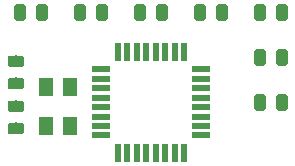
<source format=gbr>
G04 #@! TF.GenerationSoftware,KiCad,Pcbnew,(5.0.0)*
G04 #@! TF.CreationDate,2019-05-14T22:32:20-05:00*
G04 #@! TF.ProjectId,End Effector PCB,456E64204566666563746F7220504342,rev?*
G04 #@! TF.SameCoordinates,Original*
G04 #@! TF.FileFunction,Paste,Top*
G04 #@! TF.FilePolarity,Positive*
%FSLAX46Y46*%
G04 Gerber Fmt 4.6, Leading zero omitted, Abs format (unit mm)*
G04 Created by KiCad (PCBNEW (5.0.0)) date 05/14/19 22:32:20*
%MOMM*%
%LPD*%
G01*
G04 APERTURE LIST*
%ADD10C,0.100000*%
%ADD11C,0.975000*%
%ADD12R,1.600000X0.550000*%
%ADD13R,0.550000X1.600000*%
%ADD14R,1.300000X1.600000*%
G04 APERTURE END LIST*
D10*
G04 #@! TO.C,C1*
G36*
X214565142Y-83121174D02*
X214588803Y-83124684D01*
X214612007Y-83130496D01*
X214634529Y-83138554D01*
X214656153Y-83148782D01*
X214676670Y-83161079D01*
X214695883Y-83175329D01*
X214713607Y-83191393D01*
X214729671Y-83209117D01*
X214743921Y-83228330D01*
X214756218Y-83248847D01*
X214766446Y-83270471D01*
X214774504Y-83292993D01*
X214780316Y-83316197D01*
X214783826Y-83339858D01*
X214785000Y-83363750D01*
X214785000Y-84276250D01*
X214783826Y-84300142D01*
X214780316Y-84323803D01*
X214774504Y-84347007D01*
X214766446Y-84369529D01*
X214756218Y-84391153D01*
X214743921Y-84411670D01*
X214729671Y-84430883D01*
X214713607Y-84448607D01*
X214695883Y-84464671D01*
X214676670Y-84478921D01*
X214656153Y-84491218D01*
X214634529Y-84501446D01*
X214612007Y-84509504D01*
X214588803Y-84515316D01*
X214565142Y-84518826D01*
X214541250Y-84520000D01*
X214053750Y-84520000D01*
X214029858Y-84518826D01*
X214006197Y-84515316D01*
X213982993Y-84509504D01*
X213960471Y-84501446D01*
X213938847Y-84491218D01*
X213918330Y-84478921D01*
X213899117Y-84464671D01*
X213881393Y-84448607D01*
X213865329Y-84430883D01*
X213851079Y-84411670D01*
X213838782Y-84391153D01*
X213828554Y-84369529D01*
X213820496Y-84347007D01*
X213814684Y-84323803D01*
X213811174Y-84300142D01*
X213810000Y-84276250D01*
X213810000Y-83363750D01*
X213811174Y-83339858D01*
X213814684Y-83316197D01*
X213820496Y-83292993D01*
X213828554Y-83270471D01*
X213838782Y-83248847D01*
X213851079Y-83228330D01*
X213865329Y-83209117D01*
X213881393Y-83191393D01*
X213899117Y-83175329D01*
X213918330Y-83161079D01*
X213938847Y-83148782D01*
X213960471Y-83138554D01*
X213982993Y-83130496D01*
X214006197Y-83124684D01*
X214029858Y-83121174D01*
X214053750Y-83120000D01*
X214541250Y-83120000D01*
X214565142Y-83121174D01*
X214565142Y-83121174D01*
G37*
D11*
X214297500Y-83820000D03*
D10*
G36*
X212690142Y-83121174D02*
X212713803Y-83124684D01*
X212737007Y-83130496D01*
X212759529Y-83138554D01*
X212781153Y-83148782D01*
X212801670Y-83161079D01*
X212820883Y-83175329D01*
X212838607Y-83191393D01*
X212854671Y-83209117D01*
X212868921Y-83228330D01*
X212881218Y-83248847D01*
X212891446Y-83270471D01*
X212899504Y-83292993D01*
X212905316Y-83316197D01*
X212908826Y-83339858D01*
X212910000Y-83363750D01*
X212910000Y-84276250D01*
X212908826Y-84300142D01*
X212905316Y-84323803D01*
X212899504Y-84347007D01*
X212891446Y-84369529D01*
X212881218Y-84391153D01*
X212868921Y-84411670D01*
X212854671Y-84430883D01*
X212838607Y-84448607D01*
X212820883Y-84464671D01*
X212801670Y-84478921D01*
X212781153Y-84491218D01*
X212759529Y-84501446D01*
X212737007Y-84509504D01*
X212713803Y-84515316D01*
X212690142Y-84518826D01*
X212666250Y-84520000D01*
X212178750Y-84520000D01*
X212154858Y-84518826D01*
X212131197Y-84515316D01*
X212107993Y-84509504D01*
X212085471Y-84501446D01*
X212063847Y-84491218D01*
X212043330Y-84478921D01*
X212024117Y-84464671D01*
X212006393Y-84448607D01*
X211990329Y-84430883D01*
X211976079Y-84411670D01*
X211963782Y-84391153D01*
X211953554Y-84369529D01*
X211945496Y-84347007D01*
X211939684Y-84323803D01*
X211936174Y-84300142D01*
X211935000Y-84276250D01*
X211935000Y-83363750D01*
X211936174Y-83339858D01*
X211939684Y-83316197D01*
X211945496Y-83292993D01*
X211953554Y-83270471D01*
X211963782Y-83248847D01*
X211976079Y-83228330D01*
X211990329Y-83209117D01*
X212006393Y-83191393D01*
X212024117Y-83175329D01*
X212043330Y-83161079D01*
X212063847Y-83148782D01*
X212085471Y-83138554D01*
X212107993Y-83130496D01*
X212131197Y-83124684D01*
X212154858Y-83121174D01*
X212178750Y-83120000D01*
X212666250Y-83120000D01*
X212690142Y-83121174D01*
X212690142Y-83121174D01*
G37*
D11*
X212422500Y-83820000D03*
G04 #@! TD*
D10*
G04 #@! TO.C,C2*
G36*
X207610142Y-83121174D02*
X207633803Y-83124684D01*
X207657007Y-83130496D01*
X207679529Y-83138554D01*
X207701153Y-83148782D01*
X207721670Y-83161079D01*
X207740883Y-83175329D01*
X207758607Y-83191393D01*
X207774671Y-83209117D01*
X207788921Y-83228330D01*
X207801218Y-83248847D01*
X207811446Y-83270471D01*
X207819504Y-83292993D01*
X207825316Y-83316197D01*
X207828826Y-83339858D01*
X207830000Y-83363750D01*
X207830000Y-84276250D01*
X207828826Y-84300142D01*
X207825316Y-84323803D01*
X207819504Y-84347007D01*
X207811446Y-84369529D01*
X207801218Y-84391153D01*
X207788921Y-84411670D01*
X207774671Y-84430883D01*
X207758607Y-84448607D01*
X207740883Y-84464671D01*
X207721670Y-84478921D01*
X207701153Y-84491218D01*
X207679529Y-84501446D01*
X207657007Y-84509504D01*
X207633803Y-84515316D01*
X207610142Y-84518826D01*
X207586250Y-84520000D01*
X207098750Y-84520000D01*
X207074858Y-84518826D01*
X207051197Y-84515316D01*
X207027993Y-84509504D01*
X207005471Y-84501446D01*
X206983847Y-84491218D01*
X206963330Y-84478921D01*
X206944117Y-84464671D01*
X206926393Y-84448607D01*
X206910329Y-84430883D01*
X206896079Y-84411670D01*
X206883782Y-84391153D01*
X206873554Y-84369529D01*
X206865496Y-84347007D01*
X206859684Y-84323803D01*
X206856174Y-84300142D01*
X206855000Y-84276250D01*
X206855000Y-83363750D01*
X206856174Y-83339858D01*
X206859684Y-83316197D01*
X206865496Y-83292993D01*
X206873554Y-83270471D01*
X206883782Y-83248847D01*
X206896079Y-83228330D01*
X206910329Y-83209117D01*
X206926393Y-83191393D01*
X206944117Y-83175329D01*
X206963330Y-83161079D01*
X206983847Y-83148782D01*
X207005471Y-83138554D01*
X207027993Y-83130496D01*
X207051197Y-83124684D01*
X207074858Y-83121174D01*
X207098750Y-83120000D01*
X207586250Y-83120000D01*
X207610142Y-83121174D01*
X207610142Y-83121174D01*
G37*
D11*
X207342500Y-83820000D03*
D10*
G36*
X209485142Y-83121174D02*
X209508803Y-83124684D01*
X209532007Y-83130496D01*
X209554529Y-83138554D01*
X209576153Y-83148782D01*
X209596670Y-83161079D01*
X209615883Y-83175329D01*
X209633607Y-83191393D01*
X209649671Y-83209117D01*
X209663921Y-83228330D01*
X209676218Y-83248847D01*
X209686446Y-83270471D01*
X209694504Y-83292993D01*
X209700316Y-83316197D01*
X209703826Y-83339858D01*
X209705000Y-83363750D01*
X209705000Y-84276250D01*
X209703826Y-84300142D01*
X209700316Y-84323803D01*
X209694504Y-84347007D01*
X209686446Y-84369529D01*
X209676218Y-84391153D01*
X209663921Y-84411670D01*
X209649671Y-84430883D01*
X209633607Y-84448607D01*
X209615883Y-84464671D01*
X209596670Y-84478921D01*
X209576153Y-84491218D01*
X209554529Y-84501446D01*
X209532007Y-84509504D01*
X209508803Y-84515316D01*
X209485142Y-84518826D01*
X209461250Y-84520000D01*
X208973750Y-84520000D01*
X208949858Y-84518826D01*
X208926197Y-84515316D01*
X208902993Y-84509504D01*
X208880471Y-84501446D01*
X208858847Y-84491218D01*
X208838330Y-84478921D01*
X208819117Y-84464671D01*
X208801393Y-84448607D01*
X208785329Y-84430883D01*
X208771079Y-84411670D01*
X208758782Y-84391153D01*
X208748554Y-84369529D01*
X208740496Y-84347007D01*
X208734684Y-84323803D01*
X208731174Y-84300142D01*
X208730000Y-84276250D01*
X208730000Y-83363750D01*
X208731174Y-83339858D01*
X208734684Y-83316197D01*
X208740496Y-83292993D01*
X208748554Y-83270471D01*
X208758782Y-83248847D01*
X208771079Y-83228330D01*
X208785329Y-83209117D01*
X208801393Y-83191393D01*
X208819117Y-83175329D01*
X208838330Y-83161079D01*
X208858847Y-83148782D01*
X208880471Y-83138554D01*
X208902993Y-83130496D01*
X208926197Y-83124684D01*
X208949858Y-83121174D01*
X208973750Y-83120000D01*
X209461250Y-83120000D01*
X209485142Y-83121174D01*
X209485142Y-83121174D01*
G37*
D11*
X209217500Y-83820000D03*
G04 #@! TD*
D10*
G04 #@! TO.C,C3*
G36*
X212690142Y-86931174D02*
X212713803Y-86934684D01*
X212737007Y-86940496D01*
X212759529Y-86948554D01*
X212781153Y-86958782D01*
X212801670Y-86971079D01*
X212820883Y-86985329D01*
X212838607Y-87001393D01*
X212854671Y-87019117D01*
X212868921Y-87038330D01*
X212881218Y-87058847D01*
X212891446Y-87080471D01*
X212899504Y-87102993D01*
X212905316Y-87126197D01*
X212908826Y-87149858D01*
X212910000Y-87173750D01*
X212910000Y-88086250D01*
X212908826Y-88110142D01*
X212905316Y-88133803D01*
X212899504Y-88157007D01*
X212891446Y-88179529D01*
X212881218Y-88201153D01*
X212868921Y-88221670D01*
X212854671Y-88240883D01*
X212838607Y-88258607D01*
X212820883Y-88274671D01*
X212801670Y-88288921D01*
X212781153Y-88301218D01*
X212759529Y-88311446D01*
X212737007Y-88319504D01*
X212713803Y-88325316D01*
X212690142Y-88328826D01*
X212666250Y-88330000D01*
X212178750Y-88330000D01*
X212154858Y-88328826D01*
X212131197Y-88325316D01*
X212107993Y-88319504D01*
X212085471Y-88311446D01*
X212063847Y-88301218D01*
X212043330Y-88288921D01*
X212024117Y-88274671D01*
X212006393Y-88258607D01*
X211990329Y-88240883D01*
X211976079Y-88221670D01*
X211963782Y-88201153D01*
X211953554Y-88179529D01*
X211945496Y-88157007D01*
X211939684Y-88133803D01*
X211936174Y-88110142D01*
X211935000Y-88086250D01*
X211935000Y-87173750D01*
X211936174Y-87149858D01*
X211939684Y-87126197D01*
X211945496Y-87102993D01*
X211953554Y-87080471D01*
X211963782Y-87058847D01*
X211976079Y-87038330D01*
X211990329Y-87019117D01*
X212006393Y-87001393D01*
X212024117Y-86985329D01*
X212043330Y-86971079D01*
X212063847Y-86958782D01*
X212085471Y-86948554D01*
X212107993Y-86940496D01*
X212131197Y-86934684D01*
X212154858Y-86931174D01*
X212178750Y-86930000D01*
X212666250Y-86930000D01*
X212690142Y-86931174D01*
X212690142Y-86931174D01*
G37*
D11*
X212422500Y-87630000D03*
D10*
G36*
X214565142Y-86931174D02*
X214588803Y-86934684D01*
X214612007Y-86940496D01*
X214634529Y-86948554D01*
X214656153Y-86958782D01*
X214676670Y-86971079D01*
X214695883Y-86985329D01*
X214713607Y-87001393D01*
X214729671Y-87019117D01*
X214743921Y-87038330D01*
X214756218Y-87058847D01*
X214766446Y-87080471D01*
X214774504Y-87102993D01*
X214780316Y-87126197D01*
X214783826Y-87149858D01*
X214785000Y-87173750D01*
X214785000Y-88086250D01*
X214783826Y-88110142D01*
X214780316Y-88133803D01*
X214774504Y-88157007D01*
X214766446Y-88179529D01*
X214756218Y-88201153D01*
X214743921Y-88221670D01*
X214729671Y-88240883D01*
X214713607Y-88258607D01*
X214695883Y-88274671D01*
X214676670Y-88288921D01*
X214656153Y-88301218D01*
X214634529Y-88311446D01*
X214612007Y-88319504D01*
X214588803Y-88325316D01*
X214565142Y-88328826D01*
X214541250Y-88330000D01*
X214053750Y-88330000D01*
X214029858Y-88328826D01*
X214006197Y-88325316D01*
X213982993Y-88319504D01*
X213960471Y-88311446D01*
X213938847Y-88301218D01*
X213918330Y-88288921D01*
X213899117Y-88274671D01*
X213881393Y-88258607D01*
X213865329Y-88240883D01*
X213851079Y-88221670D01*
X213838782Y-88201153D01*
X213828554Y-88179529D01*
X213820496Y-88157007D01*
X213814684Y-88133803D01*
X213811174Y-88110142D01*
X213810000Y-88086250D01*
X213810000Y-87173750D01*
X213811174Y-87149858D01*
X213814684Y-87126197D01*
X213820496Y-87102993D01*
X213828554Y-87080471D01*
X213838782Y-87058847D01*
X213851079Y-87038330D01*
X213865329Y-87019117D01*
X213881393Y-87001393D01*
X213899117Y-86985329D01*
X213918330Y-86971079D01*
X213938847Y-86958782D01*
X213960471Y-86948554D01*
X213982993Y-86940496D01*
X214006197Y-86934684D01*
X214029858Y-86931174D01*
X214053750Y-86930000D01*
X214541250Y-86930000D01*
X214565142Y-86931174D01*
X214565142Y-86931174D01*
G37*
D11*
X214297500Y-87630000D03*
G04 #@! TD*
D10*
G04 #@! TO.C,C4*
G36*
X214565142Y-90741174D02*
X214588803Y-90744684D01*
X214612007Y-90750496D01*
X214634529Y-90758554D01*
X214656153Y-90768782D01*
X214676670Y-90781079D01*
X214695883Y-90795329D01*
X214713607Y-90811393D01*
X214729671Y-90829117D01*
X214743921Y-90848330D01*
X214756218Y-90868847D01*
X214766446Y-90890471D01*
X214774504Y-90912993D01*
X214780316Y-90936197D01*
X214783826Y-90959858D01*
X214785000Y-90983750D01*
X214785000Y-91896250D01*
X214783826Y-91920142D01*
X214780316Y-91943803D01*
X214774504Y-91967007D01*
X214766446Y-91989529D01*
X214756218Y-92011153D01*
X214743921Y-92031670D01*
X214729671Y-92050883D01*
X214713607Y-92068607D01*
X214695883Y-92084671D01*
X214676670Y-92098921D01*
X214656153Y-92111218D01*
X214634529Y-92121446D01*
X214612007Y-92129504D01*
X214588803Y-92135316D01*
X214565142Y-92138826D01*
X214541250Y-92140000D01*
X214053750Y-92140000D01*
X214029858Y-92138826D01*
X214006197Y-92135316D01*
X213982993Y-92129504D01*
X213960471Y-92121446D01*
X213938847Y-92111218D01*
X213918330Y-92098921D01*
X213899117Y-92084671D01*
X213881393Y-92068607D01*
X213865329Y-92050883D01*
X213851079Y-92031670D01*
X213838782Y-92011153D01*
X213828554Y-91989529D01*
X213820496Y-91967007D01*
X213814684Y-91943803D01*
X213811174Y-91920142D01*
X213810000Y-91896250D01*
X213810000Y-90983750D01*
X213811174Y-90959858D01*
X213814684Y-90936197D01*
X213820496Y-90912993D01*
X213828554Y-90890471D01*
X213838782Y-90868847D01*
X213851079Y-90848330D01*
X213865329Y-90829117D01*
X213881393Y-90811393D01*
X213899117Y-90795329D01*
X213918330Y-90781079D01*
X213938847Y-90768782D01*
X213960471Y-90758554D01*
X213982993Y-90750496D01*
X214006197Y-90744684D01*
X214029858Y-90741174D01*
X214053750Y-90740000D01*
X214541250Y-90740000D01*
X214565142Y-90741174D01*
X214565142Y-90741174D01*
G37*
D11*
X214297500Y-91440000D03*
D10*
G36*
X212690142Y-90741174D02*
X212713803Y-90744684D01*
X212737007Y-90750496D01*
X212759529Y-90758554D01*
X212781153Y-90768782D01*
X212801670Y-90781079D01*
X212820883Y-90795329D01*
X212838607Y-90811393D01*
X212854671Y-90829117D01*
X212868921Y-90848330D01*
X212881218Y-90868847D01*
X212891446Y-90890471D01*
X212899504Y-90912993D01*
X212905316Y-90936197D01*
X212908826Y-90959858D01*
X212910000Y-90983750D01*
X212910000Y-91896250D01*
X212908826Y-91920142D01*
X212905316Y-91943803D01*
X212899504Y-91967007D01*
X212891446Y-91989529D01*
X212881218Y-92011153D01*
X212868921Y-92031670D01*
X212854671Y-92050883D01*
X212838607Y-92068607D01*
X212820883Y-92084671D01*
X212801670Y-92098921D01*
X212781153Y-92111218D01*
X212759529Y-92121446D01*
X212737007Y-92129504D01*
X212713803Y-92135316D01*
X212690142Y-92138826D01*
X212666250Y-92140000D01*
X212178750Y-92140000D01*
X212154858Y-92138826D01*
X212131197Y-92135316D01*
X212107993Y-92129504D01*
X212085471Y-92121446D01*
X212063847Y-92111218D01*
X212043330Y-92098921D01*
X212024117Y-92084671D01*
X212006393Y-92068607D01*
X211990329Y-92050883D01*
X211976079Y-92031670D01*
X211963782Y-92011153D01*
X211953554Y-91989529D01*
X211945496Y-91967007D01*
X211939684Y-91943803D01*
X211936174Y-91920142D01*
X211935000Y-91896250D01*
X211935000Y-90983750D01*
X211936174Y-90959858D01*
X211939684Y-90936197D01*
X211945496Y-90912993D01*
X211953554Y-90890471D01*
X211963782Y-90868847D01*
X211976079Y-90848330D01*
X211990329Y-90829117D01*
X212006393Y-90811393D01*
X212024117Y-90795329D01*
X212043330Y-90781079D01*
X212063847Y-90768782D01*
X212085471Y-90758554D01*
X212107993Y-90750496D01*
X212131197Y-90744684D01*
X212154858Y-90741174D01*
X212178750Y-90740000D01*
X212666250Y-90740000D01*
X212690142Y-90741174D01*
X212690142Y-90741174D01*
G37*
D11*
X212422500Y-91440000D03*
G04 #@! TD*
D10*
G04 #@! TO.C,C5*
G36*
X192250142Y-91286174D02*
X192273803Y-91289684D01*
X192297007Y-91295496D01*
X192319529Y-91303554D01*
X192341153Y-91313782D01*
X192361670Y-91326079D01*
X192380883Y-91340329D01*
X192398607Y-91356393D01*
X192414671Y-91374117D01*
X192428921Y-91393330D01*
X192441218Y-91413847D01*
X192451446Y-91435471D01*
X192459504Y-91457993D01*
X192465316Y-91481197D01*
X192468826Y-91504858D01*
X192470000Y-91528750D01*
X192470000Y-92016250D01*
X192468826Y-92040142D01*
X192465316Y-92063803D01*
X192459504Y-92087007D01*
X192451446Y-92109529D01*
X192441218Y-92131153D01*
X192428921Y-92151670D01*
X192414671Y-92170883D01*
X192398607Y-92188607D01*
X192380883Y-92204671D01*
X192361670Y-92218921D01*
X192341153Y-92231218D01*
X192319529Y-92241446D01*
X192297007Y-92249504D01*
X192273803Y-92255316D01*
X192250142Y-92258826D01*
X192226250Y-92260000D01*
X191313750Y-92260000D01*
X191289858Y-92258826D01*
X191266197Y-92255316D01*
X191242993Y-92249504D01*
X191220471Y-92241446D01*
X191198847Y-92231218D01*
X191178330Y-92218921D01*
X191159117Y-92204671D01*
X191141393Y-92188607D01*
X191125329Y-92170883D01*
X191111079Y-92151670D01*
X191098782Y-92131153D01*
X191088554Y-92109529D01*
X191080496Y-92087007D01*
X191074684Y-92063803D01*
X191071174Y-92040142D01*
X191070000Y-92016250D01*
X191070000Y-91528750D01*
X191071174Y-91504858D01*
X191074684Y-91481197D01*
X191080496Y-91457993D01*
X191088554Y-91435471D01*
X191098782Y-91413847D01*
X191111079Y-91393330D01*
X191125329Y-91374117D01*
X191141393Y-91356393D01*
X191159117Y-91340329D01*
X191178330Y-91326079D01*
X191198847Y-91313782D01*
X191220471Y-91303554D01*
X191242993Y-91295496D01*
X191266197Y-91289684D01*
X191289858Y-91286174D01*
X191313750Y-91285000D01*
X192226250Y-91285000D01*
X192250142Y-91286174D01*
X192250142Y-91286174D01*
G37*
D11*
X191770000Y-91772500D03*
D10*
G36*
X192250142Y-93161174D02*
X192273803Y-93164684D01*
X192297007Y-93170496D01*
X192319529Y-93178554D01*
X192341153Y-93188782D01*
X192361670Y-93201079D01*
X192380883Y-93215329D01*
X192398607Y-93231393D01*
X192414671Y-93249117D01*
X192428921Y-93268330D01*
X192441218Y-93288847D01*
X192451446Y-93310471D01*
X192459504Y-93332993D01*
X192465316Y-93356197D01*
X192468826Y-93379858D01*
X192470000Y-93403750D01*
X192470000Y-93891250D01*
X192468826Y-93915142D01*
X192465316Y-93938803D01*
X192459504Y-93962007D01*
X192451446Y-93984529D01*
X192441218Y-94006153D01*
X192428921Y-94026670D01*
X192414671Y-94045883D01*
X192398607Y-94063607D01*
X192380883Y-94079671D01*
X192361670Y-94093921D01*
X192341153Y-94106218D01*
X192319529Y-94116446D01*
X192297007Y-94124504D01*
X192273803Y-94130316D01*
X192250142Y-94133826D01*
X192226250Y-94135000D01*
X191313750Y-94135000D01*
X191289858Y-94133826D01*
X191266197Y-94130316D01*
X191242993Y-94124504D01*
X191220471Y-94116446D01*
X191198847Y-94106218D01*
X191178330Y-94093921D01*
X191159117Y-94079671D01*
X191141393Y-94063607D01*
X191125329Y-94045883D01*
X191111079Y-94026670D01*
X191098782Y-94006153D01*
X191088554Y-93984529D01*
X191080496Y-93962007D01*
X191074684Y-93938803D01*
X191071174Y-93915142D01*
X191070000Y-93891250D01*
X191070000Y-93403750D01*
X191071174Y-93379858D01*
X191074684Y-93356197D01*
X191080496Y-93332993D01*
X191088554Y-93310471D01*
X191098782Y-93288847D01*
X191111079Y-93268330D01*
X191125329Y-93249117D01*
X191141393Y-93231393D01*
X191159117Y-93215329D01*
X191178330Y-93201079D01*
X191198847Y-93188782D01*
X191220471Y-93178554D01*
X191242993Y-93170496D01*
X191266197Y-93164684D01*
X191289858Y-93161174D01*
X191313750Y-93160000D01*
X192226250Y-93160000D01*
X192250142Y-93161174D01*
X192250142Y-93161174D01*
G37*
D11*
X191770000Y-93647500D03*
G04 #@! TD*
D10*
G04 #@! TO.C,C6*
G36*
X192250142Y-89351174D02*
X192273803Y-89354684D01*
X192297007Y-89360496D01*
X192319529Y-89368554D01*
X192341153Y-89378782D01*
X192361670Y-89391079D01*
X192380883Y-89405329D01*
X192398607Y-89421393D01*
X192414671Y-89439117D01*
X192428921Y-89458330D01*
X192441218Y-89478847D01*
X192451446Y-89500471D01*
X192459504Y-89522993D01*
X192465316Y-89546197D01*
X192468826Y-89569858D01*
X192470000Y-89593750D01*
X192470000Y-90081250D01*
X192468826Y-90105142D01*
X192465316Y-90128803D01*
X192459504Y-90152007D01*
X192451446Y-90174529D01*
X192441218Y-90196153D01*
X192428921Y-90216670D01*
X192414671Y-90235883D01*
X192398607Y-90253607D01*
X192380883Y-90269671D01*
X192361670Y-90283921D01*
X192341153Y-90296218D01*
X192319529Y-90306446D01*
X192297007Y-90314504D01*
X192273803Y-90320316D01*
X192250142Y-90323826D01*
X192226250Y-90325000D01*
X191313750Y-90325000D01*
X191289858Y-90323826D01*
X191266197Y-90320316D01*
X191242993Y-90314504D01*
X191220471Y-90306446D01*
X191198847Y-90296218D01*
X191178330Y-90283921D01*
X191159117Y-90269671D01*
X191141393Y-90253607D01*
X191125329Y-90235883D01*
X191111079Y-90216670D01*
X191098782Y-90196153D01*
X191088554Y-90174529D01*
X191080496Y-90152007D01*
X191074684Y-90128803D01*
X191071174Y-90105142D01*
X191070000Y-90081250D01*
X191070000Y-89593750D01*
X191071174Y-89569858D01*
X191074684Y-89546197D01*
X191080496Y-89522993D01*
X191088554Y-89500471D01*
X191098782Y-89478847D01*
X191111079Y-89458330D01*
X191125329Y-89439117D01*
X191141393Y-89421393D01*
X191159117Y-89405329D01*
X191178330Y-89391079D01*
X191198847Y-89378782D01*
X191220471Y-89368554D01*
X191242993Y-89360496D01*
X191266197Y-89354684D01*
X191289858Y-89351174D01*
X191313750Y-89350000D01*
X192226250Y-89350000D01*
X192250142Y-89351174D01*
X192250142Y-89351174D01*
G37*
D11*
X191770000Y-89837500D03*
D10*
G36*
X192250142Y-87476174D02*
X192273803Y-87479684D01*
X192297007Y-87485496D01*
X192319529Y-87493554D01*
X192341153Y-87503782D01*
X192361670Y-87516079D01*
X192380883Y-87530329D01*
X192398607Y-87546393D01*
X192414671Y-87564117D01*
X192428921Y-87583330D01*
X192441218Y-87603847D01*
X192451446Y-87625471D01*
X192459504Y-87647993D01*
X192465316Y-87671197D01*
X192468826Y-87694858D01*
X192470000Y-87718750D01*
X192470000Y-88206250D01*
X192468826Y-88230142D01*
X192465316Y-88253803D01*
X192459504Y-88277007D01*
X192451446Y-88299529D01*
X192441218Y-88321153D01*
X192428921Y-88341670D01*
X192414671Y-88360883D01*
X192398607Y-88378607D01*
X192380883Y-88394671D01*
X192361670Y-88408921D01*
X192341153Y-88421218D01*
X192319529Y-88431446D01*
X192297007Y-88439504D01*
X192273803Y-88445316D01*
X192250142Y-88448826D01*
X192226250Y-88450000D01*
X191313750Y-88450000D01*
X191289858Y-88448826D01*
X191266197Y-88445316D01*
X191242993Y-88439504D01*
X191220471Y-88431446D01*
X191198847Y-88421218D01*
X191178330Y-88408921D01*
X191159117Y-88394671D01*
X191141393Y-88378607D01*
X191125329Y-88360883D01*
X191111079Y-88341670D01*
X191098782Y-88321153D01*
X191088554Y-88299529D01*
X191080496Y-88277007D01*
X191074684Y-88253803D01*
X191071174Y-88230142D01*
X191070000Y-88206250D01*
X191070000Y-87718750D01*
X191071174Y-87694858D01*
X191074684Y-87671197D01*
X191080496Y-87647993D01*
X191088554Y-87625471D01*
X191098782Y-87603847D01*
X191111079Y-87583330D01*
X191125329Y-87564117D01*
X191141393Y-87546393D01*
X191159117Y-87530329D01*
X191178330Y-87516079D01*
X191198847Y-87503782D01*
X191220471Y-87493554D01*
X191242993Y-87485496D01*
X191266197Y-87479684D01*
X191289858Y-87476174D01*
X191313750Y-87475000D01*
X192226250Y-87475000D01*
X192250142Y-87476174D01*
X192250142Y-87476174D01*
G37*
D11*
X191770000Y-87962500D03*
G04 #@! TD*
D10*
G04 #@! TO.C,D1*
G36*
X202530142Y-83121174D02*
X202553803Y-83124684D01*
X202577007Y-83130496D01*
X202599529Y-83138554D01*
X202621153Y-83148782D01*
X202641670Y-83161079D01*
X202660883Y-83175329D01*
X202678607Y-83191393D01*
X202694671Y-83209117D01*
X202708921Y-83228330D01*
X202721218Y-83248847D01*
X202731446Y-83270471D01*
X202739504Y-83292993D01*
X202745316Y-83316197D01*
X202748826Y-83339858D01*
X202750000Y-83363750D01*
X202750000Y-84276250D01*
X202748826Y-84300142D01*
X202745316Y-84323803D01*
X202739504Y-84347007D01*
X202731446Y-84369529D01*
X202721218Y-84391153D01*
X202708921Y-84411670D01*
X202694671Y-84430883D01*
X202678607Y-84448607D01*
X202660883Y-84464671D01*
X202641670Y-84478921D01*
X202621153Y-84491218D01*
X202599529Y-84501446D01*
X202577007Y-84509504D01*
X202553803Y-84515316D01*
X202530142Y-84518826D01*
X202506250Y-84520000D01*
X202018750Y-84520000D01*
X201994858Y-84518826D01*
X201971197Y-84515316D01*
X201947993Y-84509504D01*
X201925471Y-84501446D01*
X201903847Y-84491218D01*
X201883330Y-84478921D01*
X201864117Y-84464671D01*
X201846393Y-84448607D01*
X201830329Y-84430883D01*
X201816079Y-84411670D01*
X201803782Y-84391153D01*
X201793554Y-84369529D01*
X201785496Y-84347007D01*
X201779684Y-84323803D01*
X201776174Y-84300142D01*
X201775000Y-84276250D01*
X201775000Y-83363750D01*
X201776174Y-83339858D01*
X201779684Y-83316197D01*
X201785496Y-83292993D01*
X201793554Y-83270471D01*
X201803782Y-83248847D01*
X201816079Y-83228330D01*
X201830329Y-83209117D01*
X201846393Y-83191393D01*
X201864117Y-83175329D01*
X201883330Y-83161079D01*
X201903847Y-83148782D01*
X201925471Y-83138554D01*
X201947993Y-83130496D01*
X201971197Y-83124684D01*
X201994858Y-83121174D01*
X202018750Y-83120000D01*
X202506250Y-83120000D01*
X202530142Y-83121174D01*
X202530142Y-83121174D01*
G37*
D11*
X202262500Y-83820000D03*
D10*
G36*
X204405142Y-83121174D02*
X204428803Y-83124684D01*
X204452007Y-83130496D01*
X204474529Y-83138554D01*
X204496153Y-83148782D01*
X204516670Y-83161079D01*
X204535883Y-83175329D01*
X204553607Y-83191393D01*
X204569671Y-83209117D01*
X204583921Y-83228330D01*
X204596218Y-83248847D01*
X204606446Y-83270471D01*
X204614504Y-83292993D01*
X204620316Y-83316197D01*
X204623826Y-83339858D01*
X204625000Y-83363750D01*
X204625000Y-84276250D01*
X204623826Y-84300142D01*
X204620316Y-84323803D01*
X204614504Y-84347007D01*
X204606446Y-84369529D01*
X204596218Y-84391153D01*
X204583921Y-84411670D01*
X204569671Y-84430883D01*
X204553607Y-84448607D01*
X204535883Y-84464671D01*
X204516670Y-84478921D01*
X204496153Y-84491218D01*
X204474529Y-84501446D01*
X204452007Y-84509504D01*
X204428803Y-84515316D01*
X204405142Y-84518826D01*
X204381250Y-84520000D01*
X203893750Y-84520000D01*
X203869858Y-84518826D01*
X203846197Y-84515316D01*
X203822993Y-84509504D01*
X203800471Y-84501446D01*
X203778847Y-84491218D01*
X203758330Y-84478921D01*
X203739117Y-84464671D01*
X203721393Y-84448607D01*
X203705329Y-84430883D01*
X203691079Y-84411670D01*
X203678782Y-84391153D01*
X203668554Y-84369529D01*
X203660496Y-84347007D01*
X203654684Y-84323803D01*
X203651174Y-84300142D01*
X203650000Y-84276250D01*
X203650000Y-83363750D01*
X203651174Y-83339858D01*
X203654684Y-83316197D01*
X203660496Y-83292993D01*
X203668554Y-83270471D01*
X203678782Y-83248847D01*
X203691079Y-83228330D01*
X203705329Y-83209117D01*
X203721393Y-83191393D01*
X203739117Y-83175329D01*
X203758330Y-83161079D01*
X203778847Y-83148782D01*
X203800471Y-83138554D01*
X203822993Y-83130496D01*
X203846197Y-83124684D01*
X203869858Y-83121174D01*
X203893750Y-83120000D01*
X204381250Y-83120000D01*
X204405142Y-83121174D01*
X204405142Y-83121174D01*
G37*
D11*
X204137500Y-83820000D03*
G04 #@! TD*
D10*
G04 #@! TO.C,R1*
G36*
X194245142Y-83121174D02*
X194268803Y-83124684D01*
X194292007Y-83130496D01*
X194314529Y-83138554D01*
X194336153Y-83148782D01*
X194356670Y-83161079D01*
X194375883Y-83175329D01*
X194393607Y-83191393D01*
X194409671Y-83209117D01*
X194423921Y-83228330D01*
X194436218Y-83248847D01*
X194446446Y-83270471D01*
X194454504Y-83292993D01*
X194460316Y-83316197D01*
X194463826Y-83339858D01*
X194465000Y-83363750D01*
X194465000Y-84276250D01*
X194463826Y-84300142D01*
X194460316Y-84323803D01*
X194454504Y-84347007D01*
X194446446Y-84369529D01*
X194436218Y-84391153D01*
X194423921Y-84411670D01*
X194409671Y-84430883D01*
X194393607Y-84448607D01*
X194375883Y-84464671D01*
X194356670Y-84478921D01*
X194336153Y-84491218D01*
X194314529Y-84501446D01*
X194292007Y-84509504D01*
X194268803Y-84515316D01*
X194245142Y-84518826D01*
X194221250Y-84520000D01*
X193733750Y-84520000D01*
X193709858Y-84518826D01*
X193686197Y-84515316D01*
X193662993Y-84509504D01*
X193640471Y-84501446D01*
X193618847Y-84491218D01*
X193598330Y-84478921D01*
X193579117Y-84464671D01*
X193561393Y-84448607D01*
X193545329Y-84430883D01*
X193531079Y-84411670D01*
X193518782Y-84391153D01*
X193508554Y-84369529D01*
X193500496Y-84347007D01*
X193494684Y-84323803D01*
X193491174Y-84300142D01*
X193490000Y-84276250D01*
X193490000Y-83363750D01*
X193491174Y-83339858D01*
X193494684Y-83316197D01*
X193500496Y-83292993D01*
X193508554Y-83270471D01*
X193518782Y-83248847D01*
X193531079Y-83228330D01*
X193545329Y-83209117D01*
X193561393Y-83191393D01*
X193579117Y-83175329D01*
X193598330Y-83161079D01*
X193618847Y-83148782D01*
X193640471Y-83138554D01*
X193662993Y-83130496D01*
X193686197Y-83124684D01*
X193709858Y-83121174D01*
X193733750Y-83120000D01*
X194221250Y-83120000D01*
X194245142Y-83121174D01*
X194245142Y-83121174D01*
G37*
D11*
X193977500Y-83820000D03*
D10*
G36*
X192370142Y-83121174D02*
X192393803Y-83124684D01*
X192417007Y-83130496D01*
X192439529Y-83138554D01*
X192461153Y-83148782D01*
X192481670Y-83161079D01*
X192500883Y-83175329D01*
X192518607Y-83191393D01*
X192534671Y-83209117D01*
X192548921Y-83228330D01*
X192561218Y-83248847D01*
X192571446Y-83270471D01*
X192579504Y-83292993D01*
X192585316Y-83316197D01*
X192588826Y-83339858D01*
X192590000Y-83363750D01*
X192590000Y-84276250D01*
X192588826Y-84300142D01*
X192585316Y-84323803D01*
X192579504Y-84347007D01*
X192571446Y-84369529D01*
X192561218Y-84391153D01*
X192548921Y-84411670D01*
X192534671Y-84430883D01*
X192518607Y-84448607D01*
X192500883Y-84464671D01*
X192481670Y-84478921D01*
X192461153Y-84491218D01*
X192439529Y-84501446D01*
X192417007Y-84509504D01*
X192393803Y-84515316D01*
X192370142Y-84518826D01*
X192346250Y-84520000D01*
X191858750Y-84520000D01*
X191834858Y-84518826D01*
X191811197Y-84515316D01*
X191787993Y-84509504D01*
X191765471Y-84501446D01*
X191743847Y-84491218D01*
X191723330Y-84478921D01*
X191704117Y-84464671D01*
X191686393Y-84448607D01*
X191670329Y-84430883D01*
X191656079Y-84411670D01*
X191643782Y-84391153D01*
X191633554Y-84369529D01*
X191625496Y-84347007D01*
X191619684Y-84323803D01*
X191616174Y-84300142D01*
X191615000Y-84276250D01*
X191615000Y-83363750D01*
X191616174Y-83339858D01*
X191619684Y-83316197D01*
X191625496Y-83292993D01*
X191633554Y-83270471D01*
X191643782Y-83248847D01*
X191656079Y-83228330D01*
X191670329Y-83209117D01*
X191686393Y-83191393D01*
X191704117Y-83175329D01*
X191723330Y-83161079D01*
X191743847Y-83148782D01*
X191765471Y-83138554D01*
X191787993Y-83130496D01*
X191811197Y-83124684D01*
X191834858Y-83121174D01*
X191858750Y-83120000D01*
X192346250Y-83120000D01*
X192370142Y-83121174D01*
X192370142Y-83121174D01*
G37*
D11*
X192102500Y-83820000D03*
G04 #@! TD*
D10*
G04 #@! TO.C,R2*
G36*
X197450142Y-83121174D02*
X197473803Y-83124684D01*
X197497007Y-83130496D01*
X197519529Y-83138554D01*
X197541153Y-83148782D01*
X197561670Y-83161079D01*
X197580883Y-83175329D01*
X197598607Y-83191393D01*
X197614671Y-83209117D01*
X197628921Y-83228330D01*
X197641218Y-83248847D01*
X197651446Y-83270471D01*
X197659504Y-83292993D01*
X197665316Y-83316197D01*
X197668826Y-83339858D01*
X197670000Y-83363750D01*
X197670000Y-84276250D01*
X197668826Y-84300142D01*
X197665316Y-84323803D01*
X197659504Y-84347007D01*
X197651446Y-84369529D01*
X197641218Y-84391153D01*
X197628921Y-84411670D01*
X197614671Y-84430883D01*
X197598607Y-84448607D01*
X197580883Y-84464671D01*
X197561670Y-84478921D01*
X197541153Y-84491218D01*
X197519529Y-84501446D01*
X197497007Y-84509504D01*
X197473803Y-84515316D01*
X197450142Y-84518826D01*
X197426250Y-84520000D01*
X196938750Y-84520000D01*
X196914858Y-84518826D01*
X196891197Y-84515316D01*
X196867993Y-84509504D01*
X196845471Y-84501446D01*
X196823847Y-84491218D01*
X196803330Y-84478921D01*
X196784117Y-84464671D01*
X196766393Y-84448607D01*
X196750329Y-84430883D01*
X196736079Y-84411670D01*
X196723782Y-84391153D01*
X196713554Y-84369529D01*
X196705496Y-84347007D01*
X196699684Y-84323803D01*
X196696174Y-84300142D01*
X196695000Y-84276250D01*
X196695000Y-83363750D01*
X196696174Y-83339858D01*
X196699684Y-83316197D01*
X196705496Y-83292993D01*
X196713554Y-83270471D01*
X196723782Y-83248847D01*
X196736079Y-83228330D01*
X196750329Y-83209117D01*
X196766393Y-83191393D01*
X196784117Y-83175329D01*
X196803330Y-83161079D01*
X196823847Y-83148782D01*
X196845471Y-83138554D01*
X196867993Y-83130496D01*
X196891197Y-83124684D01*
X196914858Y-83121174D01*
X196938750Y-83120000D01*
X197426250Y-83120000D01*
X197450142Y-83121174D01*
X197450142Y-83121174D01*
G37*
D11*
X197182500Y-83820000D03*
D10*
G36*
X199325142Y-83121174D02*
X199348803Y-83124684D01*
X199372007Y-83130496D01*
X199394529Y-83138554D01*
X199416153Y-83148782D01*
X199436670Y-83161079D01*
X199455883Y-83175329D01*
X199473607Y-83191393D01*
X199489671Y-83209117D01*
X199503921Y-83228330D01*
X199516218Y-83248847D01*
X199526446Y-83270471D01*
X199534504Y-83292993D01*
X199540316Y-83316197D01*
X199543826Y-83339858D01*
X199545000Y-83363750D01*
X199545000Y-84276250D01*
X199543826Y-84300142D01*
X199540316Y-84323803D01*
X199534504Y-84347007D01*
X199526446Y-84369529D01*
X199516218Y-84391153D01*
X199503921Y-84411670D01*
X199489671Y-84430883D01*
X199473607Y-84448607D01*
X199455883Y-84464671D01*
X199436670Y-84478921D01*
X199416153Y-84491218D01*
X199394529Y-84501446D01*
X199372007Y-84509504D01*
X199348803Y-84515316D01*
X199325142Y-84518826D01*
X199301250Y-84520000D01*
X198813750Y-84520000D01*
X198789858Y-84518826D01*
X198766197Y-84515316D01*
X198742993Y-84509504D01*
X198720471Y-84501446D01*
X198698847Y-84491218D01*
X198678330Y-84478921D01*
X198659117Y-84464671D01*
X198641393Y-84448607D01*
X198625329Y-84430883D01*
X198611079Y-84411670D01*
X198598782Y-84391153D01*
X198588554Y-84369529D01*
X198580496Y-84347007D01*
X198574684Y-84323803D01*
X198571174Y-84300142D01*
X198570000Y-84276250D01*
X198570000Y-83363750D01*
X198571174Y-83339858D01*
X198574684Y-83316197D01*
X198580496Y-83292993D01*
X198588554Y-83270471D01*
X198598782Y-83248847D01*
X198611079Y-83228330D01*
X198625329Y-83209117D01*
X198641393Y-83191393D01*
X198659117Y-83175329D01*
X198678330Y-83161079D01*
X198698847Y-83148782D01*
X198720471Y-83138554D01*
X198742993Y-83130496D01*
X198766197Y-83124684D01*
X198789858Y-83121174D01*
X198813750Y-83120000D01*
X199301250Y-83120000D01*
X199325142Y-83121174D01*
X199325142Y-83121174D01*
G37*
D11*
X199057500Y-83820000D03*
G04 #@! TD*
D12*
G04 #@! TO.C,U1*
X198950000Y-88640000D03*
X198950000Y-89440000D03*
X198950000Y-90240000D03*
X198950000Y-91040000D03*
X198950000Y-91840000D03*
X198950000Y-92640000D03*
X198950000Y-93440000D03*
X198950000Y-94240000D03*
D13*
X200400000Y-95690000D03*
X201200000Y-95690000D03*
X202000000Y-95690000D03*
X202800000Y-95690000D03*
X203600000Y-95690000D03*
X204400000Y-95690000D03*
X205200000Y-95690000D03*
X206000000Y-95690000D03*
D12*
X207450000Y-94240000D03*
X207450000Y-93440000D03*
X207450000Y-92640000D03*
X207450000Y-91840000D03*
X207450000Y-91040000D03*
X207450000Y-90240000D03*
X207450000Y-89440000D03*
X207450000Y-88640000D03*
D13*
X206000000Y-87190000D03*
X205200000Y-87190000D03*
X204400000Y-87190000D03*
X203600000Y-87190000D03*
X202800000Y-87190000D03*
X202000000Y-87190000D03*
X201200000Y-87190000D03*
X200400000Y-87190000D03*
G04 #@! TD*
D14*
G04 #@! TO.C,Y1*
X196326000Y-93471000D03*
X194322700Y-90157300D03*
X196329300Y-90144600D03*
X194326000Y-93471000D03*
G04 #@! TD*
M02*

</source>
